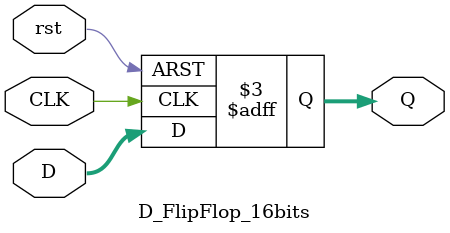
<source format=v>
module D_FlipFlop_16bits(D, CLK, Q, rst);

	input [15:0] D; // Data input 
	input  CLK,rst; // clock input 
	output reg [15:0] Q; // output Q 
	always @(posedge CLK or posedge rst) 
        begin
           if (rst==1'b1)
                 Q<=16'd0;
           else
 	   	 Q<= D; 
        end 
endmodule 

</source>
